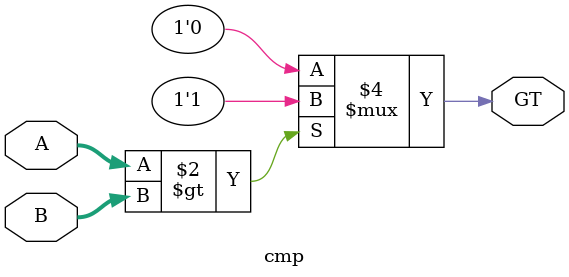
<source format=v>
`timescale 1ns / 1ps

module cmp(output reg GT, input [3:0] A, B);
always @(*) begin
    if (A > B)
        GT = 1'b1;
    else
        GT = 1'b0;
end
endmodule


</source>
